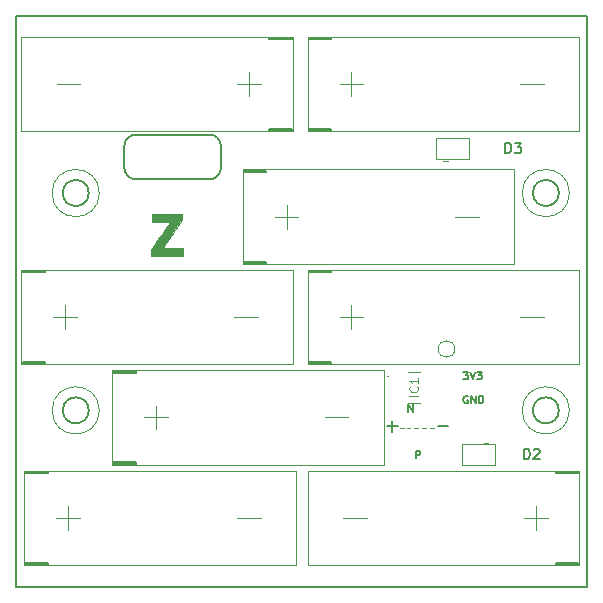
<source format=gbr>
%TF.GenerationSoftware,KiCad,Pcbnew,(5.1.4)-1*%
%TF.CreationDate,2019-12-19T16:50:31-07:00*%
%TF.ProjectId,SolarCellZ_v1,536f6c61-7243-4656-9c6c-5a5f76312e6b,rev?*%
%TF.SameCoordinates,Original*%
%TF.FileFunction,Legend,Top*%
%TF.FilePolarity,Positive*%
%FSLAX46Y46*%
G04 Gerber Fmt 4.6, Leading zero omitted, Abs format (unit mm)*
G04 Created by KiCad (PCBNEW (5.1.4)-1) date 2019-12-19 16:50:31*
%MOMM*%
%LPD*%
G04 APERTURE LIST*
%ADD10C,0.200000*%
%ADD11C,0.127000*%
%ADD12C,0.203200*%
%ADD13C,0.120000*%
%ADD14C,0.050000*%
%ADD15C,0.100000*%
%ADD16C,0.010000*%
%ADD17C,0.101600*%
G04 APERTURE END LIST*
D10*
X107407500Y-52841000D02*
G75*
G02X106407500Y-53841000I-1000000J0D01*
G01*
X100207500Y-53841000D02*
G75*
G02X99207500Y-52841000I0J1000000D01*
G01*
X106407500Y-50041000D02*
G75*
G02X107407500Y-51041000I0J-1000000D01*
G01*
X99207500Y-51041000D02*
G75*
G02X100207500Y-50041000I1000000J0D01*
G01*
X96207500Y-54991000D02*
G75*
G03X96207500Y-54991000I-1100000J0D01*
G01*
X106407500Y-50041000D02*
X100207500Y-50041000D01*
X138407500Y-39991000D02*
X138407500Y-88391000D01*
X138407500Y-88391000D02*
X90007500Y-88391000D01*
X96207500Y-73391000D02*
G75*
G03X96207500Y-73391000I-1100000J0D01*
G01*
X90007500Y-88391000D02*
X90007500Y-39991000D01*
X90007500Y-39991000D02*
X138407500Y-39991000D01*
X100207500Y-53841000D02*
X106407500Y-53841000D01*
X136007500Y-73391000D02*
G75*
G03X136007500Y-73391000I-1100000J0D01*
G01*
X136007500Y-54991000D02*
G75*
G03X136007500Y-54991000I-1100000J0D01*
G01*
X107407500Y-52841000D02*
X107407500Y-51041000D01*
X99207500Y-51041000D02*
X99207500Y-52841000D01*
D11*
X127928309Y-70137261D02*
X128321404Y-70137261D01*
X128109738Y-70379166D01*
X128200452Y-70379166D01*
X128260928Y-70409404D01*
X128291166Y-70439642D01*
X128321404Y-70500119D01*
X128321404Y-70651309D01*
X128291166Y-70711785D01*
X128260928Y-70742023D01*
X128200452Y-70772261D01*
X128019023Y-70772261D01*
X127958547Y-70742023D01*
X127928309Y-70711785D01*
X128502833Y-70137261D02*
X128714500Y-70772261D01*
X128926166Y-70137261D01*
X129077357Y-70137261D02*
X129470452Y-70137261D01*
X129258785Y-70379166D01*
X129349500Y-70379166D01*
X129409976Y-70409404D01*
X129440214Y-70439642D01*
X129470452Y-70500119D01*
X129470452Y-70651309D01*
X129440214Y-70711785D01*
X129409976Y-70742023D01*
X129349500Y-70772261D01*
X129168071Y-70772261D01*
X129107595Y-70742023D01*
X129077357Y-70711785D01*
D12*
X121484571Y-74757642D02*
X122355428Y-74757642D01*
X121920000Y-75193071D02*
X121920000Y-74322214D01*
D11*
X128294190Y-72199500D02*
X128233714Y-72169261D01*
X128143000Y-72169261D01*
X128052285Y-72199500D01*
X127991809Y-72259976D01*
X127961571Y-72320452D01*
X127931333Y-72441404D01*
X127931333Y-72532119D01*
X127961571Y-72653071D01*
X127991809Y-72713547D01*
X128052285Y-72774023D01*
X128143000Y-72804261D01*
X128203476Y-72804261D01*
X128294190Y-72774023D01*
X128324428Y-72743785D01*
X128324428Y-72532119D01*
X128203476Y-72532119D01*
X128596571Y-72804261D02*
X128596571Y-72169261D01*
X128959428Y-72804261D01*
X128959428Y-72169261D01*
X129261809Y-72804261D02*
X129261809Y-72169261D01*
X129413000Y-72169261D01*
X129503714Y-72199500D01*
X129564190Y-72259976D01*
X129594428Y-72320452D01*
X129624666Y-72441404D01*
X129624666Y-72532119D01*
X129594428Y-72653071D01*
X129564190Y-72713547D01*
X129503714Y-72774023D01*
X129413000Y-72804261D01*
X129261809Y-72804261D01*
X123625428Y-72864738D02*
X123625428Y-73499738D01*
X123262571Y-72864738D01*
X123262571Y-73499738D01*
X123912690Y-77439761D02*
X123912690Y-76804761D01*
X124154595Y-76804761D01*
X124215071Y-76835000D01*
X124245309Y-76865238D01*
X124275547Y-76925714D01*
X124275547Y-77016428D01*
X124245309Y-77076904D01*
X124215071Y-77107142D01*
X124154595Y-77137380D01*
X123912690Y-77137380D01*
D12*
X125739071Y-74757642D02*
X126609928Y-74757642D01*
D13*
X124079000Y-74866500D02*
X123761500Y-74866500D01*
X123126500Y-74866500D02*
X123444000Y-74866500D01*
X122872500Y-74866500D02*
X122555000Y-74866500D01*
X125412500Y-74866500D02*
X125095000Y-74866500D01*
X124460000Y-74866500D02*
X124777500Y-74866500D01*
D14*
X97100000Y-73400000D02*
G75*
G03X97100000Y-73400000I-2000000J0D01*
G01*
X136900000Y-73400000D02*
G75*
G03X136900000Y-73400000I-2000000J0D01*
G01*
X136900000Y-55000000D02*
G75*
G03X136900000Y-55000000I-2000000J0D01*
G01*
D13*
X97100000Y-55000000D02*
G75*
G03X97100000Y-55000000I-2000000J0D01*
G01*
D12*
X116750000Y-41850000D02*
X114850000Y-41850000D01*
X116750000Y-41850000D02*
X116750000Y-41950000D01*
X116750000Y-41950000D02*
X114850000Y-41950000D01*
X116750000Y-49550000D02*
X116750000Y-49650000D01*
X116750000Y-49650000D02*
X114850000Y-49650000D01*
X116750000Y-49550000D02*
X114850000Y-49550000D01*
D13*
X132750000Y-45750000D02*
X134750000Y-45750000D01*
X117450000Y-45750000D02*
X119450000Y-45750000D01*
X118450000Y-44750000D02*
X118450000Y-46750000D01*
X114750000Y-49750000D02*
X114750000Y-41750000D01*
X137750000Y-49750000D02*
X114750000Y-49750000D01*
X137750000Y-41750000D02*
X137750000Y-49750000D01*
X114750000Y-41750000D02*
X137750000Y-41750000D01*
D12*
X111500000Y-49650000D02*
X113400000Y-49650000D01*
X111500000Y-49650000D02*
X111500000Y-49550000D01*
X111500000Y-49550000D02*
X113400000Y-49550000D01*
X111500000Y-41950000D02*
X111500000Y-41850000D01*
X111500000Y-41850000D02*
X113400000Y-41850000D01*
X111500000Y-41950000D02*
X113400000Y-41950000D01*
D13*
X95500000Y-45750000D02*
X93500000Y-45750000D01*
X110800000Y-45750000D02*
X108800000Y-45750000D01*
X109800000Y-46750000D02*
X109800000Y-44750000D01*
X113500000Y-41750000D02*
X113500000Y-49750000D01*
X90500000Y-41750000D02*
X113500000Y-41750000D01*
X90500000Y-49750000D02*
X90500000Y-41750000D01*
X113500000Y-49750000D02*
X90500000Y-49750000D01*
D12*
X111250000Y-53100000D02*
X109350000Y-53100000D01*
X111250000Y-53100000D02*
X111250000Y-53200000D01*
X111250000Y-53200000D02*
X109350000Y-53200000D01*
X111250000Y-60800000D02*
X111250000Y-60900000D01*
X111250000Y-60900000D02*
X109350000Y-60900000D01*
X111250000Y-60800000D02*
X109350000Y-60800000D01*
D13*
X127250000Y-57000000D02*
X129250000Y-57000000D01*
X111950000Y-57000000D02*
X113950000Y-57000000D01*
X112950000Y-56000000D02*
X112950000Y-58000000D01*
X109250000Y-61000000D02*
X109250000Y-53000000D01*
X132250000Y-61000000D02*
X109250000Y-61000000D01*
X132250000Y-53000000D02*
X132250000Y-61000000D01*
X109250000Y-53000000D02*
X132250000Y-53000000D01*
D12*
X116750000Y-61600000D02*
X114850000Y-61600000D01*
X116750000Y-61600000D02*
X116750000Y-61700000D01*
X116750000Y-61700000D02*
X114850000Y-61700000D01*
X116750000Y-69300000D02*
X116750000Y-69400000D01*
X116750000Y-69400000D02*
X114850000Y-69400000D01*
X116750000Y-69300000D02*
X114850000Y-69300000D01*
D13*
X132750000Y-65500000D02*
X134750000Y-65500000D01*
X117450000Y-65500000D02*
X119450000Y-65500000D01*
X118450000Y-64500000D02*
X118450000Y-66500000D01*
X114750000Y-69500000D02*
X114750000Y-61500000D01*
X137750000Y-69500000D02*
X114750000Y-69500000D01*
X137750000Y-61500000D02*
X137750000Y-69500000D01*
X114750000Y-61500000D02*
X137750000Y-61500000D01*
D12*
X92500000Y-61600000D02*
X90600000Y-61600000D01*
X92500000Y-61600000D02*
X92500000Y-61700000D01*
X92500000Y-61700000D02*
X90600000Y-61700000D01*
X92500000Y-69300000D02*
X92500000Y-69400000D01*
X92500000Y-69400000D02*
X90600000Y-69400000D01*
X92500000Y-69300000D02*
X90600000Y-69300000D01*
D13*
X108500000Y-65500000D02*
X110500000Y-65500000D01*
X93200000Y-65500000D02*
X95200000Y-65500000D01*
X94200000Y-64500000D02*
X94200000Y-66500000D01*
X90500000Y-69500000D02*
X90500000Y-61500000D01*
X113500000Y-69500000D02*
X90500000Y-69500000D01*
X113500000Y-61500000D02*
X113500000Y-69500000D01*
X90500000Y-61500000D02*
X113500000Y-61500000D01*
D12*
X100187000Y-70100000D02*
X98287000Y-70100000D01*
X100187000Y-70100000D02*
X100187000Y-70200000D01*
X100187000Y-70200000D02*
X98287000Y-70200000D01*
X100187000Y-77800000D02*
X100187000Y-77900000D01*
X100187000Y-77900000D02*
X98287000Y-77900000D01*
X100187000Y-77800000D02*
X98287000Y-77800000D01*
D13*
X116187000Y-74000000D02*
X118187000Y-74000000D01*
X100887000Y-74000000D02*
X102887000Y-74000000D01*
X101887000Y-73000000D02*
X101887000Y-75000000D01*
X98187000Y-78000000D02*
X98187000Y-70000000D01*
X121187000Y-78000000D02*
X98187000Y-78000000D01*
X121187000Y-70000000D02*
X121187000Y-78000000D01*
X98187000Y-70000000D02*
X121187000Y-70000000D01*
D12*
X135750000Y-86400000D02*
X137650000Y-86400000D01*
X135750000Y-86400000D02*
X135750000Y-86300000D01*
X135750000Y-86300000D02*
X137650000Y-86300000D01*
X135750000Y-78700000D02*
X135750000Y-78600000D01*
X135750000Y-78600000D02*
X137650000Y-78600000D01*
X135750000Y-78700000D02*
X137650000Y-78700000D01*
D13*
X119750000Y-82500000D02*
X117750000Y-82500000D01*
X135050000Y-82500000D02*
X133050000Y-82500000D01*
X134050000Y-83500000D02*
X134050000Y-81500000D01*
X137750000Y-78500000D02*
X137750000Y-86500000D01*
X114750000Y-78500000D02*
X137750000Y-78500000D01*
X114750000Y-86500000D02*
X114750000Y-78500000D01*
X137750000Y-86500000D02*
X114750000Y-86500000D01*
D12*
X92750000Y-78600000D02*
X90850000Y-78600000D01*
X92750000Y-78600000D02*
X92750000Y-78700000D01*
X92750000Y-78700000D02*
X90850000Y-78700000D01*
X92750000Y-86300000D02*
X92750000Y-86400000D01*
X92750000Y-86400000D02*
X90850000Y-86400000D01*
X92750000Y-86300000D02*
X90850000Y-86300000D01*
D13*
X108750000Y-82500000D02*
X110750000Y-82500000D01*
X93450000Y-82500000D02*
X95450000Y-82500000D01*
X94450000Y-81500000D02*
X94450000Y-83500000D01*
X90750000Y-86500000D02*
X90750000Y-78500000D01*
X113750000Y-86500000D02*
X90750000Y-86500000D01*
X113750000Y-78500000D02*
X113750000Y-86500000D01*
X90750000Y-78500000D02*
X113750000Y-78500000D01*
D15*
X123261500Y-70137500D02*
X124261500Y-70134500D01*
X123261500Y-72737500D02*
X124261500Y-72744500D01*
X121561500Y-70487500D02*
X121561500Y-70487500D01*
X121461500Y-70487500D02*
X121461500Y-70487500D01*
X121461500Y-70487500D02*
G75*
G02X121561500Y-70487500I50000J0D01*
G01*
X121561500Y-70487500D02*
G75*
G02X121461500Y-70487500I-50000J0D01*
G01*
D13*
X127192000Y-68199000D02*
G75*
G03X127192000Y-68199000I-700000J0D01*
G01*
D16*
G36*
X104140000Y-57240733D02*
G01*
X103326580Y-58421492D01*
X103219400Y-58577146D01*
X103116225Y-58727122D01*
X103017975Y-58870075D01*
X102925571Y-59004661D01*
X102839932Y-59129536D01*
X102761978Y-59243354D01*
X102692629Y-59344772D01*
X102632804Y-59432446D01*
X102583424Y-59505031D01*
X102545408Y-59561181D01*
X102519676Y-59599554D01*
X102507148Y-59618805D01*
X102506071Y-59620725D01*
X102507189Y-59624444D01*
X102514749Y-59627638D01*
X102530466Y-59630347D01*
X102556055Y-59632609D01*
X102593230Y-59634462D01*
X102643705Y-59635944D01*
X102709195Y-59637093D01*
X102791414Y-59637949D01*
X102892076Y-59638549D01*
X103012897Y-59638932D01*
X103155589Y-59639136D01*
X103321869Y-59639199D01*
X103332191Y-59639200D01*
X104165400Y-59639200D01*
X104165400Y-60299600D01*
X101434900Y-60299600D01*
X101434900Y-59860927D01*
X102273100Y-58655046D01*
X102382096Y-58498153D01*
X102486964Y-58347041D01*
X102586797Y-58203021D01*
X102680693Y-58067404D01*
X102767746Y-57941502D01*
X102847053Y-57826627D01*
X102917711Y-57724089D01*
X102978813Y-57635200D01*
X103029457Y-57561271D01*
X103068739Y-57503614D01*
X103095754Y-57463540D01*
X103109598Y-57442361D01*
X103111300Y-57439282D01*
X103098965Y-57437511D01*
X103063426Y-57435843D01*
X103006878Y-57434304D01*
X102931514Y-57432924D01*
X102839531Y-57431731D01*
X102733123Y-57430754D01*
X102614486Y-57430020D01*
X102485814Y-57429559D01*
X102349302Y-57429400D01*
X101587300Y-57429400D01*
X101587300Y-56769000D01*
X104140000Y-56769000D01*
X104140000Y-57240733D01*
X104140000Y-57240733D01*
G37*
X104140000Y-57240733D02*
X103326580Y-58421492D01*
X103219400Y-58577146D01*
X103116225Y-58727122D01*
X103017975Y-58870075D01*
X102925571Y-59004661D01*
X102839932Y-59129536D01*
X102761978Y-59243354D01*
X102692629Y-59344772D01*
X102632804Y-59432446D01*
X102583424Y-59505031D01*
X102545408Y-59561181D01*
X102519676Y-59599554D01*
X102507148Y-59618805D01*
X102506071Y-59620725D01*
X102507189Y-59624444D01*
X102514749Y-59627638D01*
X102530466Y-59630347D01*
X102556055Y-59632609D01*
X102593230Y-59634462D01*
X102643705Y-59635944D01*
X102709195Y-59637093D01*
X102791414Y-59637949D01*
X102892076Y-59638549D01*
X103012897Y-59638932D01*
X103155589Y-59639136D01*
X103321869Y-59639199D01*
X103332191Y-59639200D01*
X104165400Y-59639200D01*
X104165400Y-60299600D01*
X101434900Y-60299600D01*
X101434900Y-59860927D01*
X102273100Y-58655046D01*
X102382096Y-58498153D01*
X102486964Y-58347041D01*
X102586797Y-58203021D01*
X102680693Y-58067404D01*
X102767746Y-57941502D01*
X102847053Y-57826627D01*
X102917711Y-57724089D01*
X102978813Y-57635200D01*
X103029457Y-57561271D01*
X103068739Y-57503614D01*
X103095754Y-57463540D01*
X103109598Y-57442361D01*
X103111300Y-57439282D01*
X103098965Y-57437511D01*
X103063426Y-57435843D01*
X103006878Y-57434304D01*
X102931514Y-57432924D01*
X102839531Y-57431731D01*
X102733123Y-57430754D01*
X102614486Y-57430020D01*
X102485814Y-57429559D01*
X102349302Y-57429400D01*
X101587300Y-57429400D01*
X101587300Y-56769000D01*
X104140000Y-56769000D01*
X104140000Y-57240733D01*
D13*
X126200000Y-52250000D02*
X126600000Y-52250000D01*
X125600000Y-50350000D02*
X128400000Y-50350000D01*
X125600000Y-52150000D02*
X125600000Y-50350000D01*
X128400000Y-52150000D02*
X125600000Y-52150000D01*
X128400000Y-50350000D02*
X128400000Y-52150000D01*
X130035200Y-76152500D02*
X129635200Y-76152500D01*
X130635200Y-78052500D02*
X127835200Y-78052500D01*
X130635200Y-76252500D02*
X130635200Y-78052500D01*
X127835200Y-76252500D02*
X130635200Y-76252500D01*
X127835200Y-78052500D02*
X127835200Y-76252500D01*
D17*
X124106214Y-72183357D02*
X123344214Y-72183357D01*
X124033642Y-71385071D02*
X124069928Y-71421357D01*
X124106214Y-71530214D01*
X124106214Y-71602785D01*
X124069928Y-71711642D01*
X123997357Y-71784214D01*
X123924785Y-71820500D01*
X123779642Y-71856785D01*
X123670785Y-71856785D01*
X123525642Y-71820500D01*
X123453071Y-71784214D01*
X123380500Y-71711642D01*
X123344214Y-71602785D01*
X123344214Y-71530214D01*
X123380500Y-71421357D01*
X123416785Y-71385071D01*
X124106214Y-70659357D02*
X124106214Y-71094785D01*
X124106214Y-70877071D02*
X123344214Y-70877071D01*
X123453071Y-70949642D01*
X123525642Y-71022214D01*
X123561928Y-71094785D01*
D11*
X131474633Y-51608566D02*
X131474633Y-50719566D01*
X131686300Y-50719566D01*
X131813300Y-50761900D01*
X131897966Y-50846566D01*
X131940300Y-50931233D01*
X131982633Y-51100566D01*
X131982633Y-51227566D01*
X131940300Y-51396900D01*
X131897966Y-51481566D01*
X131813300Y-51566233D01*
X131686300Y-51608566D01*
X131474633Y-51608566D01*
X132278966Y-50719566D02*
X132829300Y-50719566D01*
X132532966Y-51058233D01*
X132659966Y-51058233D01*
X132744633Y-51100566D01*
X132786966Y-51142900D01*
X132829300Y-51227566D01*
X132829300Y-51439233D01*
X132786966Y-51523900D01*
X132744633Y-51566233D01*
X132659966Y-51608566D01*
X132405966Y-51608566D01*
X132321300Y-51566233D01*
X132278966Y-51523900D01*
X133029033Y-77554666D02*
X133029033Y-76665666D01*
X133240700Y-76665666D01*
X133367700Y-76708000D01*
X133452366Y-76792666D01*
X133494700Y-76877333D01*
X133537033Y-77046666D01*
X133537033Y-77173666D01*
X133494700Y-77343000D01*
X133452366Y-77427666D01*
X133367700Y-77512333D01*
X133240700Y-77554666D01*
X133029033Y-77554666D01*
X133875700Y-76750333D02*
X133918033Y-76708000D01*
X134002700Y-76665666D01*
X134214366Y-76665666D01*
X134299033Y-76708000D01*
X134341366Y-76750333D01*
X134383700Y-76835000D01*
X134383700Y-76919666D01*
X134341366Y-77046666D01*
X133833366Y-77554666D01*
X134383700Y-77554666D01*
M02*

</source>
